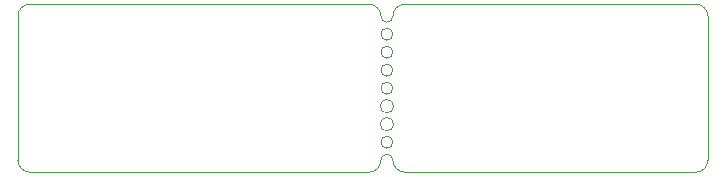
<source format=gbr>
G04 (created by PCBNEW (2013-07-07 BZR 4022)-stable) date 4/25/2015 1:18:05 AM*
%MOIN*%
G04 Gerber Fmt 3.4, Leading zero omitted, Abs format*
%FSLAX34Y34*%
G01*
G70*
G90*
G04 APERTURE LIST*
%ADD10C,0.00590551*%
%ADD11C,0.00393701*%
G04 APERTURE END LIST*
G54D10*
G54D11*
X65400Y-18800D02*
X65400Y-14000D01*
X65000Y-19200D02*
G75*
G03X65400Y-18800I0J400D01*
G74*
G01*
X55300Y-19200D02*
X65000Y-19200D01*
X65400Y-14000D02*
G75*
G03X65000Y-13600I-400J0D01*
G74*
G01*
X55300Y-13600D02*
X65000Y-13600D01*
X42400Y-18800D02*
G75*
G03X42800Y-19200I400J0D01*
G74*
G01*
X42800Y-13600D02*
G75*
G03X42400Y-14000I0J-400D01*
G74*
G01*
X54900Y-18200D02*
G75*
G03X54900Y-18200I-200J0D01*
G74*
G01*
X54923Y-17600D02*
G75*
G03X54923Y-17600I-223J0D01*
G74*
G01*
X54923Y-17000D02*
G75*
G03X54923Y-17000I-223J0D01*
G74*
G01*
X54900Y-15800D02*
G75*
G03X54900Y-15800I-200J0D01*
G74*
G01*
X54900Y-14600D02*
G75*
G03X54900Y-14600I-200J0D01*
G74*
G01*
X54900Y-15200D02*
G75*
G03X54900Y-15200I-200J0D01*
G74*
G01*
X54900Y-16400D02*
G75*
G03X54900Y-16400I-200J0D01*
G74*
G01*
X54900Y-18800D02*
G75*
G03X55300Y-19200I400J0D01*
G74*
G01*
X54900Y-18800D02*
G75*
G03X54700Y-18600I-200J0D01*
G74*
G01*
X54700Y-18600D02*
G75*
G03X54500Y-18800I0J-200D01*
G74*
G01*
X55300Y-13600D02*
G75*
G03X54900Y-14000I0J-400D01*
G74*
G01*
X54700Y-14200D02*
G75*
G03X54900Y-14000I0J200D01*
G74*
G01*
X54500Y-14000D02*
G75*
G03X54700Y-14200I200J0D01*
G74*
G01*
X54100Y-19200D02*
G75*
G03X54500Y-18800I0J400D01*
G74*
G01*
X54500Y-14000D02*
G75*
G03X54100Y-13600I-400J0D01*
G74*
G01*
X42400Y-18800D02*
X42400Y-14000D01*
X54100Y-19200D02*
X42800Y-19200D01*
X42800Y-13600D02*
X54100Y-13600D01*
M02*

</source>
